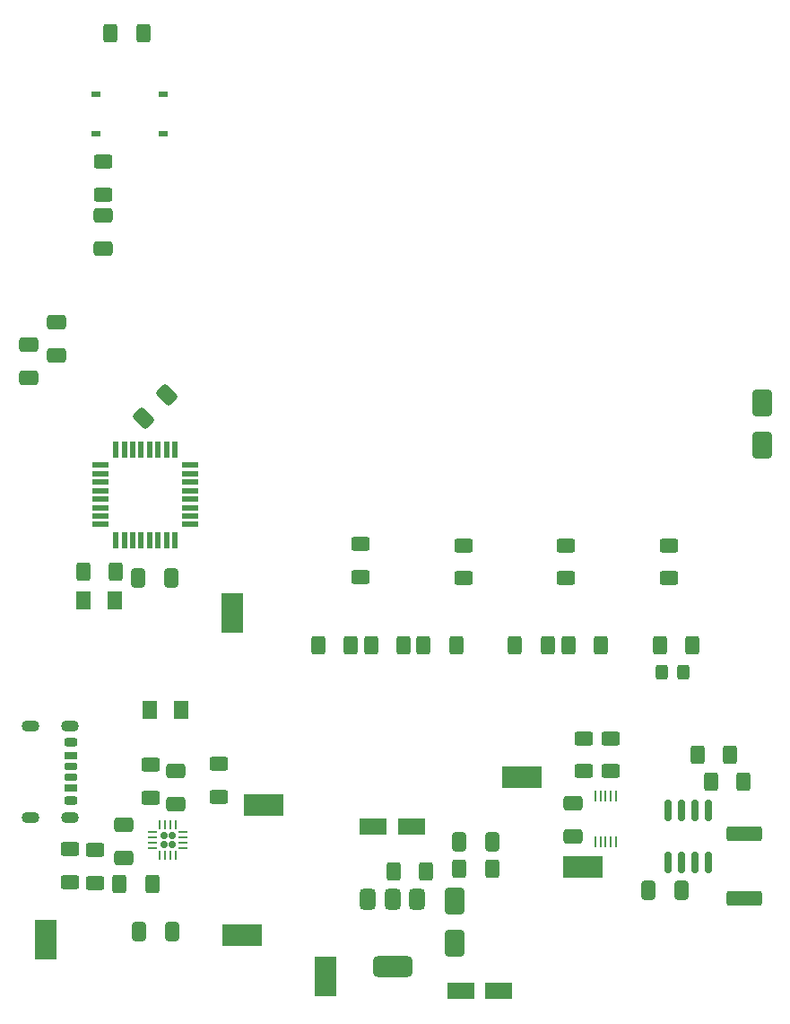
<source format=gbr>
%TF.GenerationSoftware,KiCad,Pcbnew,8.0.0*%
%TF.CreationDate,2025-03-31T17:33:55-04:00*%
%TF.ProjectId,oshe_dmm_project_v1,6f736865-5f64-46d6-9d5f-70726f6a6563,V1*%
%TF.SameCoordinates,Original*%
%TF.FileFunction,Paste,Top*%
%TF.FilePolarity,Positive*%
%FSLAX46Y46*%
G04 Gerber Fmt 4.6, Leading zero omitted, Abs format (unit mm)*
G04 Created by KiCad (PCBNEW 8.0.0) date 2025-03-31 17:33:55*
%MOMM*%
%LPD*%
G01*
G04 APERTURE LIST*
G04 Aperture macros list*
%AMRoundRect*
0 Rectangle with rounded corners*
0 $1 Rounding radius*
0 $2 $3 $4 $5 $6 $7 $8 $9 X,Y pos of 4 corners*
0 Add a 4 corners polygon primitive as box body*
4,1,4,$2,$3,$4,$5,$6,$7,$8,$9,$2,$3,0*
0 Add four circle primitives for the rounded corners*
1,1,$1+$1,$2,$3*
1,1,$1+$1,$4,$5*
1,1,$1+$1,$6,$7*
1,1,$1+$1,$8,$9*
0 Add four rect primitives between the rounded corners*
20,1,$1+$1,$2,$3,$4,$5,0*
20,1,$1+$1,$4,$5,$6,$7,0*
20,1,$1+$1,$6,$7,$8,$9,0*
20,1,$1+$1,$8,$9,$2,$3,0*%
G04 Aperture macros list end*
%ADD10R,3.800000X2.000000*%
%ADD11RoundRect,0.250000X0.625000X-0.400000X0.625000X0.400000X-0.625000X0.400000X-0.625000X-0.400000X0*%
%ADD12RoundRect,0.250000X0.412500X0.650000X-0.412500X0.650000X-0.412500X-0.650000X0.412500X-0.650000X0*%
%ADD13RoundRect,0.250000X0.325000X0.450000X-0.325000X0.450000X-0.325000X-0.450000X0.325000X-0.450000X0*%
%ADD14RoundRect,0.250000X0.650000X-0.412500X0.650000X0.412500X-0.650000X0.412500X-0.650000X-0.412500X0*%
%ADD15RoundRect,0.250000X-0.400000X-0.625000X0.400000X-0.625000X0.400000X0.625000X-0.400000X0.625000X0*%
%ADD16RoundRect,0.250000X0.400000X0.625000X-0.400000X0.625000X-0.400000X-0.625000X0.400000X-0.625000X0*%
%ADD17R,0.250000X1.100000*%
%ADD18R,0.550000X1.600000*%
%ADD19R,1.600000X0.550000*%
%ADD20RoundRect,0.250000X-0.650000X0.412500X-0.650000X-0.412500X0.650000X-0.412500X0.650000X0.412500X0*%
%ADD21RoundRect,0.250000X-0.412500X-0.650000X0.412500X-0.650000X0.412500X0.650000X-0.412500X0.650000X0*%
%ADD22RoundRect,0.175000X-0.425000X0.175000X-0.425000X-0.175000X0.425000X-0.175000X0.425000X0.175000X0*%
%ADD23RoundRect,0.190000X0.410000X-0.190000X0.410000X0.190000X-0.410000X0.190000X-0.410000X-0.190000X0*%
%ADD24RoundRect,0.200000X0.400000X-0.200000X0.400000X0.200000X-0.400000X0.200000X-0.400000X-0.200000X0*%
%ADD25RoundRect,0.175000X0.425000X-0.175000X0.425000X0.175000X-0.425000X0.175000X-0.425000X-0.175000X0*%
%ADD26RoundRect,0.190000X-0.410000X0.190000X-0.410000X-0.190000X0.410000X-0.190000X0.410000X0.190000X0*%
%ADD27RoundRect,0.200000X-0.400000X0.200000X-0.400000X-0.200000X0.400000X-0.200000X0.400000X0.200000X0*%
%ADD28O,1.700000X1.100000*%
%ADD29RoundRect,0.250000X-0.650000X1.000000X-0.650000X-1.000000X0.650000X-1.000000X0.650000X1.000000X0*%
%ADD30R,2.000000X3.800000*%
%ADD31RoundRect,0.150000X-0.150000X0.825000X-0.150000X-0.825000X0.150000X-0.825000X0.150000X0.825000X0*%
%ADD32RoundRect,0.250000X-0.625000X0.400000X-0.625000X-0.400000X0.625000X-0.400000X0.625000X0.400000X0*%
%ADD33RoundRect,0.250000X0.167938X-0.751301X0.751301X-0.167938X-0.167938X0.751301X-0.751301X0.167938X0*%
%ADD34RoundRect,0.250000X-1.050000X-0.550000X1.050000X-0.550000X1.050000X0.550000X-1.050000X0.550000X0*%
%ADD35RoundRect,0.250001X-0.462499X-0.624999X0.462499X-0.624999X0.462499X0.624999X-0.462499X0.624999X0*%
%ADD36RoundRect,0.375000X-0.375000X0.625000X-0.375000X-0.625000X0.375000X-0.625000X0.375000X0.625000X0*%
%ADD37RoundRect,0.500000X-1.400000X0.500000X-1.400000X-0.500000X1.400000X-0.500000X1.400000X0.500000X0*%
%ADD38RoundRect,0.249999X1.425001X-0.450001X1.425001X0.450001X-1.425001X0.450001X-1.425001X-0.450001X0*%
%ADD39RoundRect,0.250000X0.650000X-1.000000X0.650000X1.000000X-0.650000X1.000000X-0.650000X-1.000000X0*%
%ADD40RoundRect,0.250001X0.462499X0.624999X-0.462499X0.624999X-0.462499X-0.624999X0.462499X-0.624999X0*%
%ADD41RoundRect,0.160000X0.160000X-0.160000X0.160000X0.160000X-0.160000X0.160000X-0.160000X-0.160000X0*%
%ADD42RoundRect,0.062500X0.062500X-0.375000X0.062500X0.375000X-0.062500X0.375000X-0.062500X-0.375000X0*%
%ADD43RoundRect,0.062500X0.375000X-0.062500X0.375000X0.062500X-0.375000X0.062500X-0.375000X-0.062500X0*%
%ADD44R,0.952500X0.558800*%
G04 APERTURE END LIST*
D10*
%TO.C,BAT1*%
X142798400Y-218321200D03*
%TD*%
D11*
%TO.C,R11*%
X129729950Y-148409300D03*
X129729950Y-145309300D03*
%TD*%
D12*
%TO.C,C8*%
X136232900Y-217940200D03*
X133107900Y-217940200D03*
%TD*%
D13*
%TO.C,D2*%
X184506800Y-193530800D03*
X182456800Y-193530800D03*
%TD*%
D14*
%TO.C,C7*%
X174040400Y-208961700D03*
X174040400Y-205836700D03*
%TD*%
D15*
%TO.C,R7*%
X182244000Y-190990800D03*
X185344000Y-190990800D03*
%TD*%
D12*
%TO.C,C1*%
X136137500Y-184634600D03*
X133012500Y-184634600D03*
%TD*%
D16*
%TO.C,R8*%
X188900000Y-201289000D03*
X185800000Y-201289000D03*
%TD*%
D17*
%TO.C,U3*%
X176139200Y-209456986D03*
X176639200Y-209456986D03*
X177139200Y-209456986D03*
X177639200Y-209456986D03*
X178139200Y-209456986D03*
X178139200Y-205156986D03*
X177639200Y-205156986D03*
X177139200Y-205156986D03*
X176639200Y-205156986D03*
X176139200Y-205156986D03*
%TD*%
D18*
%TO.C,U1*%
X136486000Y-172510600D03*
X135686000Y-172510600D03*
X134886000Y-172510600D03*
X134086000Y-172510600D03*
X133286000Y-172510600D03*
X132486000Y-172510600D03*
X131686000Y-172510600D03*
X130886000Y-172510600D03*
D19*
X129436000Y-173960600D03*
X129436000Y-174760600D03*
X129436000Y-175560600D03*
X129436000Y-176360600D03*
X129436000Y-177160600D03*
X129436000Y-177960600D03*
X129436000Y-178760600D03*
X129436000Y-179560600D03*
D18*
X130886000Y-181010600D03*
X131686000Y-181010600D03*
X132486000Y-181010600D03*
X133286000Y-181010600D03*
X134086000Y-181010600D03*
X134886000Y-181010600D03*
X135686000Y-181010600D03*
X136486000Y-181010600D03*
D19*
X137936000Y-179560600D03*
X137936000Y-178760600D03*
X137936000Y-177960600D03*
X137936000Y-177160600D03*
X137936000Y-176360600D03*
X137936000Y-175560600D03*
X137936000Y-174760600D03*
X137936000Y-173960600D03*
%TD*%
D12*
%TO.C,C2*%
X184315100Y-214104800D03*
X181190100Y-214104800D03*
%TD*%
D15*
%TO.C,R4*%
X159942800Y-190990800D03*
X163042800Y-190990800D03*
%TD*%
D20*
%TO.C,C9*%
X131622400Y-207868700D03*
X131622400Y-210993700D03*
%TD*%
D21*
%TO.C,C12*%
X163308500Y-209482000D03*
X166433500Y-209482000D03*
%TD*%
D15*
%TO.C,R19*%
X163321000Y-212022000D03*
X166421000Y-212022000D03*
%TD*%
D22*
%TO.C,J5*%
X126676000Y-202378000D03*
D23*
X126676000Y-204398000D03*
D24*
X126676000Y-205628000D03*
D25*
X126676000Y-203378000D03*
D26*
X126676000Y-201358000D03*
D27*
X126676000Y-200128000D03*
D28*
X126596000Y-198558000D03*
X122796000Y-198558000D03*
X126596000Y-207198000D03*
X122796000Y-207198000D03*
%TD*%
D29*
%TO.C,D1*%
X191922000Y-168112000D03*
X191922000Y-172112000D03*
%TD*%
D20*
%TO.C,C6*%
X122630800Y-162605900D03*
X122630800Y-165730900D03*
%TD*%
D30*
%TO.C,TP1*%
X141884000Y-187892000D03*
%TD*%
D31*
%TO.C,U2*%
X186842000Y-206499000D03*
X185572000Y-206499000D03*
X184302000Y-206499000D03*
X183032000Y-206499000D03*
X183032000Y-211449000D03*
X184302000Y-211449000D03*
X185572000Y-211449000D03*
X186842000Y-211449000D03*
%TD*%
D32*
%TO.C,R22*%
X153949000Y-181389000D03*
X153949000Y-184489000D03*
%TD*%
%TO.C,R16*%
X126542400Y-210167200D03*
X126542400Y-213267200D03*
%TD*%
D33*
%TO.C,C3*%
X133489346Y-169565854D03*
X135699054Y-167356146D03*
%TD*%
D32*
%TO.C,R23*%
X163687800Y-181516000D03*
X163687800Y-184616000D03*
%TD*%
D10*
%TO.C,TP3*%
X174954800Y-211869600D03*
%TD*%
D32*
%TO.C,R25*%
X183118800Y-181516000D03*
X183118800Y-184616000D03*
%TD*%
D10*
%TO.C,TP2*%
X169214400Y-203436800D03*
%TD*%
D34*
%TO.C,C13*%
X163452000Y-223579000D03*
X167052000Y-223579000D03*
%TD*%
D16*
%TO.C,R9*%
X190170000Y-203829000D03*
X187070000Y-203829000D03*
%TD*%
D15*
%TO.C,R3*%
X154964400Y-190990800D03*
X158064400Y-190990800D03*
%TD*%
D16*
%TO.C,R15*%
X134315400Y-213495200D03*
X131215400Y-213495200D03*
%TD*%
D15*
%TO.C,R14*%
X130402600Y-133205800D03*
X133502600Y-133205800D03*
%TD*%
D35*
%TO.C,D4*%
X134071900Y-197036000D03*
X137046900Y-197036000D03*
%TD*%
D15*
%TO.C,R6*%
X173608000Y-190990800D03*
X176708000Y-190990800D03*
%TD*%
D32*
%TO.C,R13*%
X177647200Y-199727800D03*
X177647200Y-202827800D03*
%TD*%
D11*
%TO.C,R21*%
X140639400Y-205266200D03*
X140639400Y-202166200D03*
%TD*%
D20*
%TO.C,C4*%
X129729950Y-150376800D03*
X129729950Y-153501800D03*
%TD*%
D36*
%TO.C,U5*%
X159297000Y-214942600D03*
X156997000Y-214942600D03*
D37*
X156997000Y-221242600D03*
D36*
X154697000Y-214942600D03*
%TD*%
D32*
%TO.C,R24*%
X173416000Y-181516000D03*
X173416000Y-184616000D03*
%TD*%
D38*
%TO.C,R1*%
X190245600Y-214868800D03*
X190245600Y-208768800D03*
%TD*%
D10*
%TO.C,BMS_Out1*%
X144805000Y-206053000D03*
%TD*%
D15*
%TO.C,R2*%
X149986000Y-190990800D03*
X153086000Y-190990800D03*
%TD*%
D30*
%TO.C,GND1*%
X124256400Y-218702200D03*
%TD*%
D14*
%TO.C,C11*%
X136575400Y-205913700D03*
X136575400Y-202788700D03*
%TD*%
D34*
%TO.C,C10*%
X155197000Y-208085000D03*
X158797000Y-208085000D03*
%TD*%
D15*
%TO.C,R5*%
X168578800Y-190990800D03*
X171678800Y-190990800D03*
%TD*%
D30*
%TO.C,5V1*%
X150647000Y-222156600D03*
%TD*%
D39*
%TO.C,D5*%
X162839000Y-219102000D03*
X162839000Y-215102000D03*
%TD*%
D40*
%TO.C,D3*%
X130773100Y-186723600D03*
X127798100Y-186723600D03*
%TD*%
D15*
%TO.C,R10*%
X127786400Y-183980400D03*
X130886400Y-183980400D03*
%TD*%
D14*
%TO.C,C5*%
X125297800Y-163571900D03*
X125297800Y-160446900D03*
%TD*%
D32*
%TO.C,R18*%
X128955400Y-210294200D03*
X128955400Y-213394200D03*
%TD*%
%TO.C,R12*%
X175056400Y-199727800D03*
X175056400Y-202827800D03*
%TD*%
D11*
%TO.C,R17*%
X134162400Y-205317000D03*
X134162400Y-202217000D03*
%TD*%
D15*
%TO.C,R20*%
X157098000Y-212276000D03*
X160198000Y-212276000D03*
%TD*%
D41*
%TO.C,U4*%
X135415400Y-209706200D03*
X136215400Y-209706200D03*
X135415400Y-208906200D03*
X136215400Y-208906200D03*
D42*
X135065400Y-210743700D03*
X135565400Y-210743700D03*
X136065400Y-210743700D03*
X136565400Y-210743700D03*
D43*
X137252900Y-210056200D03*
X137252900Y-209556200D03*
X137252900Y-209056200D03*
X137252900Y-208556200D03*
D42*
X136565400Y-207868700D03*
X136065400Y-207868700D03*
X135565400Y-207868700D03*
X135065400Y-207868700D03*
D43*
X134377900Y-208556200D03*
X134377900Y-209056200D03*
X134377900Y-209556200D03*
X134377900Y-210056200D03*
%TD*%
D44*
%TO.C,SW1*%
X135394300Y-142680000D03*
X129031600Y-142680000D03*
X135394300Y-138971600D03*
X129031600Y-138971600D03*
%TD*%
M02*

</source>
